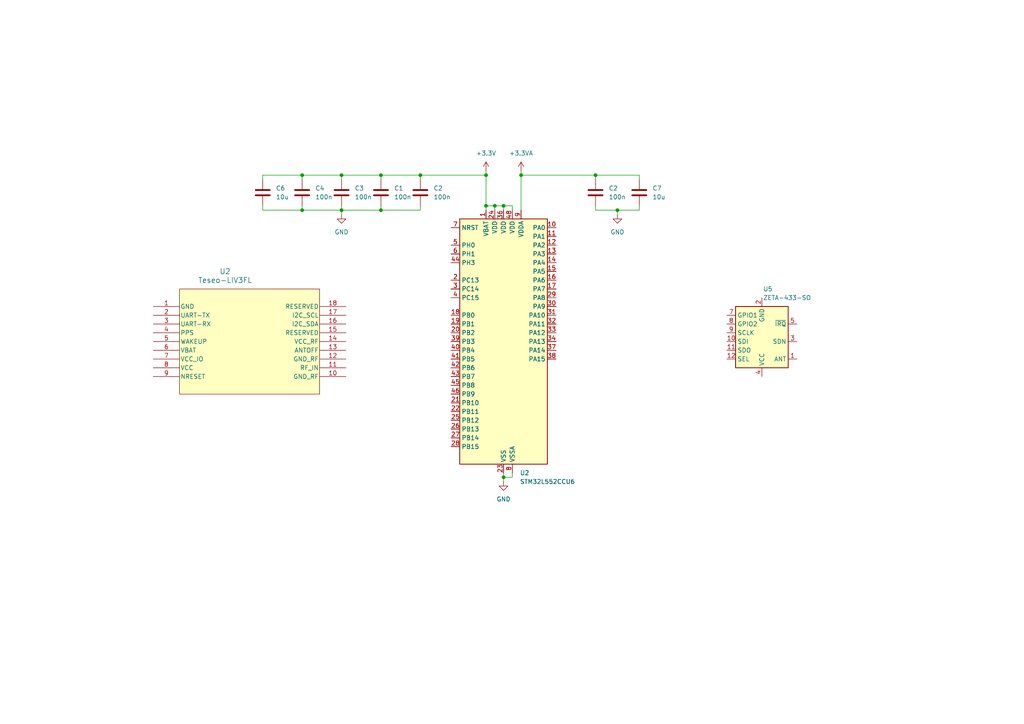
<source format=kicad_sch>
(kicad_sch (version 20230121) (generator eeschema)
  (paper "A4")
  (lib_symbols
    (symbol "2023-11-05_20-52-27:Teseo-LIV3FL" (pin_names (offset 0.254))
      (property "Reference" "U" (at 27.94 10.16 0))
      (property "Value" "Teseo-LIV3FL" (at 27.94 7.62 0))
      (symbol "Teseo-LIV3FL_0_0"
        (text "" (at -6.35 -27.94 0) (effects (font (size 1.27 1.27))))
        (text "" (at 19.05 -10.16 0) (effects (font (size 1.27 1.27))))
        (text "" (at 23.2129 -13.113 0) (effects (font (size 1.27 1.27))))
      )
      (symbol "Teseo-LIV3FL_0_1"
        (pin power_out line (at 0 0 0) (length 7.62) (name "GND") (number "1"))
        (pin power_out line (at 55.88 -20.32 180) (length 7.62) (name "GND_RF") (number "10"))
        (pin unspecified line (at 55.88 -17.78 180) (length 7.62) (name "RF_IN") (number "11"))
        (pin power_out line (at 55.88 -15.24 180) (length 7.62) (name "GND_RF") (number "12"))
        (pin unspecified line (at 55.88 -12.7 180) (length 7.62) (name "ANTOFF") (number "13"))
        (pin power_in line (at 55.88 -10.16 180) (length 7.62) (name "VCC_RF") (number "14"))
        (pin unspecified line (at 55.88 -7.62 180) (length 7.62) (name "RESERVED") (number "15"))
        (pin bidirectional line (at 55.88 -5.08 180) (length 7.62) (name "I2C_SDA") (number "16"))
        (pin bidirectional line (at 55.88 -2.54 180) (length 7.62) (name "I2C_SCL") (number "17"))
        (pin unspecified line (at 55.88 0 180) (length 7.62) (name "RESERVED") (number "18"))
        (pin bidirectional line (at 0 -2.54 0) (length 7.62) (name "UART-TX") (number "2"))
        (pin bidirectional line (at 0 -5.08 0) (length 7.62) (name "UART-RX") (number "3"))
        (pin unspecified line (at 0 -7.62 0) (length 7.62) (name "PPS") (number "4"))
        (pin unspecified line (at 0 -10.16 0) (length 7.62) (name "WAKEUP") (number "5"))
        (pin unspecified line (at 0 -12.7 0) (length 7.62) (name "VBAT") (number "6"))
        (pin power_in line (at 0 -15.24 0) (length 7.62) (name "VCC_IO") (number "7"))
        (pin power_in line (at 0 -17.78 0) (length 7.62) (name "VCC") (number "8"))
        (pin unspecified line (at 0 -20.32 0) (length 7.62) (name "NRESET") (number "9"))
      )
      (symbol "Teseo-LIV3FL_1_1"
        (rectangle (start 7.62 5.08) (end 48.26 -25.4) (fill (type background)))
      )
    )
    (symbol "Device:C" (pin_numbers hide) (pin_names (offset 0.254))
      (property "Reference" "C" (at 0.635 2.54 0))
      (property "Value" "C" (at 0.635 -2.54 0))
      (symbol "C_0_1"
        (polyline (pts (xy -2.032 -0.762) (xy 2.032 -0.762)) (stroke (width 0.508)))
        (polyline (pts (xy -2.032 0.762) (xy 2.032 0.762)) (stroke (width 0.508)))
      )
      (symbol "C_1_1"
        (pin passive line (at 0 3.81 270) (length 2.794) (name "~") (number "1"))
        (pin passive line (at 0 -3.81 90) (length 2.794) (name "~") (number "2"))
      )
    )
    (symbol "MCU_ST_STM32L5:STM32L552CCUx"
      (property "Reference" "U" (at -12.7 36.83 0))
      (property "Value" "STM32L552CCUx" (at 7.62 36.83 0))
      (symbol "STM32L552CCUx_0_1"
        (rectangle (start -12.7 -35.56) (end 12.7 35.56) (stroke (width 0.254)) (fill (type background)))
      )
      (symbol "STM32L552CCUx_1_1"
        (pin power_in line (at -5.08 38.1 270) (length 2.54) (name "VBAT") (number "1"))
        (pin bidirectional line (at 15.24 33.02 180) (length 2.54) (name "PA0") (number "10"))
        (pin bidirectional line (at 15.24 30.48 180) (length 2.54) (name "PA1") (number "11"))
        (pin bidirectional line (at 15.24 27.94 180) (length 2.54) (name "PA2") (number "12"))
        (pin bidirectional line (at 15.24 25.4 180) (length 2.54) (name "PA3") (number "13"))
        (pin bidirectional line (at 15.24 22.86 180) (length 2.54) (name "PA4") (number "14"))
        (pin bidirectional line (at 15.24 20.32 180) (length 2.54) (name "PA5") (number "15"))
        (pin bidirectional line (at 15.24 17.78 180) (length 2.54) (name "PA6") (number "16"))
        (pin bidirectional line (at 15.24 15.24 180) (length 2.54) (name "PA7") (number "17"))
        (pin bidirectional line (at -15.24 7.62 0) (length 2.54) (name "PB0") (number "18"))
        (pin bidirectional line (at -15.24 5.08 0) (length 2.54) (name "PB1") (number "19"))
        (pin bidirectional line (at -15.24 17.78 0) (length 2.54) (name "PC13") (number "2"))
        (pin bidirectional line (at -15.24 2.54 0) (length 2.54) (name "PB2") (number "20"))
        (pin bidirectional line (at -15.24 -17.78 0) (length 2.54) (name "PB10") (number "21"))
        (pin bidirectional line (at -15.24 -20.32 0) (length 2.54) (name "PB11") (number "22"))
        (pin power_in line (at 0 -38.1 90) (length 2.54) (name "VSS") (number "23"))
        (pin power_in line (at -2.54 38.1 270) (length 2.54) (name "VDD") (number "24"))
        (pin bidirectional line (at -15.24 -22.86 0) (length 2.54) (name "PB12") (number "25"))
        (pin bidirectional line (at -15.24 -25.4 0) (length 2.54) (name "PB13") (number "26"))
        (pin bidirectional line (at -15.24 -27.94 0) (length 2.54) (name "PB14") (number "27"))
        (pin bidirectional line (at -15.24 -30.48 0) (length 2.54) (name "PB15") (number "28"))
        (pin bidirectional line (at 15.24 12.7 180) (length 2.54) (name "PA8") (number "29"))
        (pin bidirectional line (at -15.24 15.24 0) (length 2.54) (name "PC14") (number "3"))
        (pin bidirectional line (at 15.24 10.16 180) (length 2.54) (name "PA9") (number "30"))
        (pin bidirectional line (at 15.24 7.62 180) (length 2.54) (name "PA10") (number "31"))
        (pin bidirectional line (at 15.24 5.08 180) (length 2.54) (name "PA11") (number "32"))
        (pin bidirectional line (at 15.24 2.54 180) (length 2.54) (name "PA12") (number "33"))
        (pin bidirectional line (at 15.24 0 180) (length 2.54) (name "PA13") (number "34"))
        (pin passive line (at 0 -38.1 90) (length 2.54) hide (name "VSS") (number "35"))
        (pin power_in line (at 0 38.1 270) (length 2.54) (name "VDD") (number "36"))
        (pin bidirectional line (at 15.24 -2.54 180) (length 2.54) (name "PA14") (number "37"))
        (pin bidirectional line (at 15.24 -5.08 180) (length 2.54) (name "PA15") (number "38"))
        (pin bidirectional line (at -15.24 0 0) (length 2.54) (name "PB3") (number "39"))
        (pin bidirectional line (at -15.24 12.7 0) (length 2.54) (name "PC15") (number "4"))
        (pin bidirectional line (at -15.24 -2.54 0) (length 2.54) (name "PB4") (number "40"))
        (pin bidirectional line (at -15.24 -5.08 0) (length 2.54) (name "PB5") (number "41"))
        (pin bidirectional line (at -15.24 -7.62 0) (length 2.54) (name "PB6") (number "42"))
        (pin bidirectional line (at -15.24 -10.16 0) (length 2.54) (name "PB7") (number "43"))
        (pin bidirectional line (at -15.24 22.86 0) (length 2.54) (name "PH3") (number "44"))
        (pin bidirectional line (at -15.24 -12.7 0) (length 2.54) (name "PB8") (number "45"))
        (pin bidirectional line (at -15.24 -15.24 0) (length 2.54) (name "PB9") (number "46"))
        (pin passive line (at 0 -38.1 90) (length 2.54) hide (name "VSS") (number "47"))
        (pin power_in line (at 2.54 38.1 270) (length 2.54) (name "VDD") (number "48"))
        (pin passive line (at 0 -38.1 90) (length 2.54) hide (name "VSS") (number "49"))
        (pin bidirectional line (at -15.24 27.94 0) (length 2.54) (name "PH0") (number "5"))
        (pin bidirectional line (at -15.24 25.4 0) (length 2.54) (name "PH1") (number "6"))
        (pin input line (at -15.24 33.02 0) (length 2.54) (name "NRST") (number "7"))
        (pin power_in line (at 2.54 -38.1 90) (length 2.54) (name "VSSA") (number "8"))
        (pin power_in line (at 5.08 38.1 270) (length 2.54) (name "VDDA") (number "9"))
      )
    )
    (symbol "RF_AM_FM:ZETA-433-SO"
      (property "Reference" "U" (at -6.35 8.89 0))
      (property "Value" "ZETA-433-SO" (at 1.27 8.89 0))
      (symbol "ZETA-433-SO_0_1"
        (rectangle (start 7.62 -10.16) (end -7.62 7.62) (stroke (width 0.254)) (fill (type background)))
      )
      (symbol "ZETA-433-SO_1_1"
        (pin bidirectional line (at -10.16 5.08 0) (length 2.54) (name "ANT") (number "1"))
        (pin input line (at 10.16 0 180) (length 2.54) (name "SDI") (number "10"))
        (pin output line (at 10.16 2.54 180) (length 2.54) (name "SDO") (number "11"))
        (pin input line (at 10.16 5.08 180) (length 2.54) (name "SEL") (number "12"))
        (pin power_in line (at 0 -12.7 90) (length 2.54) (name "GND") (number "2"))
        (pin input line (at -10.16 0 0) (length 2.54) (name "SDN") (number "3"))
        (pin power_in line (at 0 10.16 270) (length 2.54) (name "VCC") (number "4"))
        (pin output line (at -10.16 -5.08 0) (length 2.54) (name "~{IRQ}") (number "5"))
        (pin no_connect line (at -7.62 -7.62 0) (length 2.54) hide (name "NC") (number "6"))
        (pin bidirectional line (at 10.16 -7.62 180) (length 2.54) (name "GPIO1") (number "7"))
        (pin bidirectional line (at 10.16 -5.08 180) (length 2.54) (name "GPIO2") (number "8"))
        (pin input line (at 10.16 -2.54 180) (length 2.54) (name "SCLK") (number "9"))
      )
    )
    (symbol "power:+3.3V" (power) (pin_names (offset 0))
      (property "Value" "+3.3V" (at 0 3.556 0))
      (symbol "+3.3V_0_1"
        (polyline (pts (xy -0.762 1.27) (xy 0 2.54)))
        (polyline (pts (xy 0 0) (xy 0 2.54)))
        (polyline (pts (xy 0 2.54) (xy 0.762 1.27)))
      )
      (symbol "+3.3V_1_1"
        (pin power_in line (at 0 0 90) (length 0) hide (name "+3.3V") (number "1"))
      )
    )
    (symbol "power:+3.3VA" (power) (pin_names (offset 0))
      (property "Value" "+3.3VA" (at 0 3.556 0))
      (symbol "+3.3VA_0_1"
        (polyline (pts (xy -0.762 1.27) (xy 0 2.54)))
        (polyline (pts (xy 0 0) (xy 0 2.54)))
        (polyline (pts (xy 0 2.54) (xy 0.762 1.27)))
      )
      (symbol "+3.3VA_1_1"
        (pin power_in line (at 0 0 90) (length 0) hide (name "+3.3VA") (number "1"))
      )
    )
    (symbol "power:GND" (power) (pin_names (offset 0))
      (property "Value" "GND" (at 0 -3.81 0))
      (symbol "GND_0_1"
        (polyline (pts (xy 0 0) (xy 0 -1.27) (xy 1.27 -1.27) (xy 0 -2.54) (xy -1.27 -1.27) (xy 0 -1.27)))
      )
      (symbol "GND_1_1"
        (pin power_in line (at 0 0 270) (length 0) hide (name "GND") (number "1"))
      )
    )
  )
  (junction (at 179.07 60.96))
  (junction (at 172.72 50.8))
  (junction (at 121.92 50.8))
  (junction (at 110.49 50.8))
  (junction (at 140.97 59.69))
  (junction (at 87.63 50.8))
  (junction (at 140.97 50.8))
  (junction (at 110.49 60.96))
  (junction (at 99.06 60.96))
  (junction (at 99.06 50.8))
  (junction (at 143.51 59.69))
  (junction (at 151.13 50.8))
  (junction (at 87.63 60.96))
  (junction (at 146.05 138.43))
  (junction (at 146.05 59.69))
  (wire (pts (xy 110.49 59.69) (xy 110.49 60.96)))
  (wire (pts (xy 148.59 137.16) (xy 148.59 138.43)))
  (wire (pts (xy 110.49 50.8) (xy 121.92 50.8)))
  (wire (pts (xy 110.49 52.07) (xy 110.49 50.8)))
  (wire (pts (xy 76.2 59.69) (xy 76.2 60.96)))
  (wire (pts (xy 172.72 52.07) (xy 172.72 50.8)))
  (wire (pts (xy 148.59 59.69) (xy 146.05 59.69)))
  (wire (pts (xy 151.13 50.8) (xy 172.72 50.8)))
  (wire (pts (xy 172.72 60.96) (xy 179.07 60.96)))
  (wire (pts (xy 121.92 60.96) (xy 121.92 59.69)))
  (wire (pts (xy 185.42 50.8) (xy 185.42 52.07)))
  (wire (pts (xy 87.63 52.07) (xy 87.63 50.8)))
  (wire (pts (xy 87.63 50.8) (xy 76.2 50.8)))
  (wire (pts (xy 140.97 50.8) (xy 140.97 59.69)))
  (wire (pts (xy 146.05 59.69) (xy 143.51 59.69)))
  (wire (pts (xy 76.2 60.96) (xy 87.63 60.96)))
  (wire (pts (xy 110.49 60.96) (xy 121.92 60.96)))
  (wire (pts (xy 99.06 50.8) (xy 110.49 50.8)))
  (wire (pts (xy 151.13 50.8) (xy 151.13 60.96)))
  (wire (pts (xy 76.2 50.8) (xy 76.2 52.07)))
  (wire (pts (xy 87.63 60.96) (xy 99.06 60.96)))
  (wire (pts (xy 99.06 62.23) (xy 99.06 60.96)))
  (wire (pts (xy 148.59 60.96) (xy 148.59 59.69)))
  (wire (pts (xy 143.51 59.69) (xy 143.51 60.96)))
  (wire (pts (xy 179.07 60.96) (xy 185.42 60.96)))
  (wire (pts (xy 179.07 62.23) (xy 179.07 60.96)))
  (wire (pts (xy 140.97 49.53) (xy 140.97 50.8)))
  (wire (pts (xy 87.63 59.69) (xy 87.63 60.96)))
  (wire (pts (xy 148.59 138.43) (xy 146.05 138.43)))
  (wire (pts (xy 87.63 50.8) (xy 99.06 50.8)))
  (wire (pts (xy 121.92 50.8) (xy 140.97 50.8)))
  (wire (pts (xy 99.06 60.96) (xy 110.49 60.96)))
  (wire (pts (xy 172.72 59.69) (xy 172.72 60.96)))
  (wire (pts (xy 99.06 59.69) (xy 99.06 60.96)))
  (wire (pts (xy 140.97 59.69) (xy 140.97 60.96)))
  (wire (pts (xy 146.05 138.43) (xy 146.05 139.7)))
  (wire (pts (xy 121.92 50.8) (xy 121.92 52.07)))
  (wire (pts (xy 146.05 138.43) (xy 146.05 137.16)))
  (wire (pts (xy 143.51 59.69) (xy 140.97 59.69)))
  (wire (pts (xy 172.72 50.8) (xy 185.42 50.8)))
  (wire (pts (xy 151.13 49.53) (xy 151.13 50.8)))
  (wire (pts (xy 146.05 59.69) (xy 146.05 60.96)))
  (wire (pts (xy 185.42 60.96) (xy 185.42 59.69)))
  (wire (pts (xy 99.06 52.07) (xy 99.06 50.8)))
  (symbol (lib_id "Device:C") (at 185.42 55.88 0) (unit 1)
    (property "Reference" "C7" (at 189.23 54.61 0) (effects (justify left)))
    (property "Value" "10u" (at 189.23 57.15 0) (effects (justify left)))
    (instances (project "Flight-Computer" (path "" (reference "C7") (unit 1)) (path "" (reference "C16") (unit 1)) (path "" (reference "C27") (unit 1))))
  )
  (symbol (lib_id "MCU_ST_STM32L5:STM32L552CCUx") (at 146.05 99.06 0) (unit 1)
    (property "Reference" "U2" (at 150.7841 137.16 0) (effects (justify left)))
    (property "Value" "STM32L552CCU6" (at 150.7841 139.7 0) (effects (justify left)))
    (property "Footprint" "Package_DFN_QFN:QFN-48-1EP_7x7mm_P0.5mm_EP5.6x5.6mm" (effects hide))
    (property "Datasheet" "https://www.st.com/resource/en/datasheet/stm32l552cc.pdf" (effects hide))
    (instances (project "Flight-Computer" (path "" (reference "U2") (unit 1)) (path "" (reference "U3") (unit 1))))
  )
  (symbol (lib_id "Device:C") (at 99.06 55.88 0) (unit 1)
    (property "Reference" "C3" (at 102.87 54.61 0) (effects (justify left)))
    (property "Value" "100n" (at 102.87 57.15 0) (effects (justify left)))
    (instances (project "Flight-Computer" (path "" (reference "C3") (unit 1)) (path "" (reference "C12") (unit 1)) (path "" (reference "C23") (unit 1))))
  )
  (symbol (lib_id "power:+3.3V") (at 140.97 49.53 0) (unit 1)
    (property "Reference" "#PWR01" (effects hide))
    (property "Value" "+3.3V" (at 140.97 44.45 0))
    (instances (project "Flight-Computer" (path "" (reference "#PWR01") (unit 1)) (path "" (reference "#PWR06") (unit 1)) (path "" (reference "#PWR012") (unit 1))))
  )
  (symbol (lib_id "Device:C") (at 110.49 55.88 0) (unit 1)
    (property "Reference" "C1" (at 114.3 54.61 0) (effects (justify left)))
    (property "Value" "100n" (at 114.3 57.15 0) (effects (justify left)))
    (instances (project "Flight-Computer" (path "" (reference "C1") (unit 1)) (path "" (reference "C13") (unit 1)) (path "" (reference "C24") (unit 1))))
  )
  (symbol (lib_id "power:GND") (at 99.06 62.23 0) (unit 1)
    (property "Reference" "#PWR03" (effects hide))
    (property "Value" "GND" (at 99.06 67.31 0))
    (instances (project "Flight-Computer" (path "" (reference "#PWR03") (unit 1)) (path "" (reference "#PWR05") (unit 1)) (path "" (reference "#PWR011") (unit 1))))
  )
  (symbol (lib_id "power:+3.3VA") (at 151.13 49.53 0) (unit 1)
    (property "Reference" "#PWR04" (effects hide))
    (property "Value" "+3.3VA" (at 151.13 44.45 0))
    (instances (project "Flight-Computer" (path "" (reference "#PWR04") (unit 1)) (path "" (reference "#PWR08") (unit 1)) (path "" (reference "#PWR014") (unit 1))))
  )
  (symbol (lib_id "Device:C") (at 172.72 55.88 0) (unit 1)
    (property "Reference" "C2" (at 176.53 54.61 0) (effects (justify left)))
    (property "Value" "100n" (at 176.53 57.15 0) (effects (justify left)))
    (instances (project "Flight-Computer" (path "" (reference "C2") (unit 1)) (path "" (reference "C15") (unit 1)) (path "" (reference "C26") (unit 1))))
  )
  (symbol (lib_id "2023-11-05_20-52-27:Teseo-LIV3FL") (at 44.45 88.9 0) (unit 1)
    (property "Reference" "U2" (at 65.2859 78.74 0) (effects (font (size 1.524 1.524))))
    (property "Value" "Teseo-LIV3FL" (at 65.2859 81.28 0) (effects (font (size 1.524 1.524))))
    (property "Footprint" "LIV3FL_STM" (effects hide))
    (property "Datasheet" "Teseo-LIV3FL" (effects hide))
  )
  (symbol (lib_id "Device:C") (at 76.2 55.88 0) (unit 1)
    (property "Reference" "C6" (at 80.01 54.61 0) (effects (justify left)))
    (property "Value" "10u" (at 80.01 57.15 0) (effects (justify left)))
    (instances (project "Flight-Computer" (path "" (reference "C6") (unit 1)) (path "" (reference "C9") (unit 1)) (path "" (reference "C20") (unit 1))))
  )
  (symbol (lib_id "RF_AM_FM:ZETA-433-SO") (at 220.98 99.06 180) (unit 1)
    (property "Reference" "U5" (at 221.3259 83.82 0) (effects (justify right)))
    (property "Value" "ZETA-433-SO" (at 221.3259 86.36 0) (effects (justify right)))
    (property "Datasheet" "https://www.rfsolutions.co.uk/downloads/1456219226DS-ZETA.pdf" (effects hide))
  )
  (symbol (lib_id "Device:C") (at 121.92 55.88 0) (unit 1)
    (property "Reference" "C2" (at 125.73 54.61 0) (effects (justify left)))
    (property "Value" "100n" (at 125.73 57.15 0) (effects (justify left)))
    (instances (project "Flight-Computer" (path "" (reference "C2") (unit 1)) (path "" (reference "C14") (unit 1)) (path "" (reference "C25") (unit 1))))
  )
  (symbol (lib_id "power:GND") (at 179.07 62.23 0) (unit 1)
    (property "Reference" "#PWR03" (effects hide))
    (property "Value" "GND" (at 179.07 67.31 0))
    (instances (project "Flight-Computer" (path "" (reference "#PWR03") (unit 1)) (path "" (reference "#PWR09") (unit 1)) (path "" (reference "#PWR015") (unit 1))))
  )
  (symbol (lib_id "power:GND") (at 146.05 139.7 0) (unit 1)
    (property "Reference" "#PWR02" (effects hide))
    (property "Value" "GND" (at 146.05 144.78 0))
    (instances (project "Flight-Computer" (path "" (reference "#PWR02") (unit 1)) (path "" (reference "#PWR07") (unit 1)) (path "" (reference "#PWR013") (unit 1))))
  )
  (symbol (lib_id "Device:C") (at 87.63 55.88 0) (unit 1)
    (property "Reference" "C4" (at 91.44 54.61 0) (effects (justify left)))
    (property "Value" "100n" (at 91.44 57.15 0) (effects (justify left)))
    (instances (project "Flight-Computer" (path "" (reference "C4") (unit 1)) (path "" (reference "C11") (unit 1)) (path "" (reference "C22") (unit 1))))
  )
)
</source>
